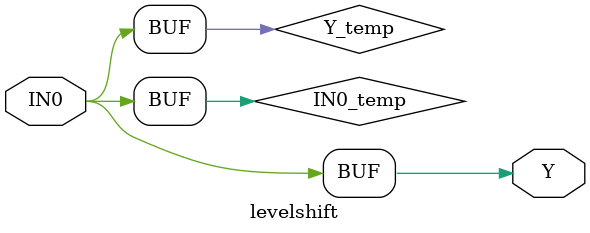
<source format=v>
module levelshift(IN0,Y);
  parameter
        d_IN0_r = 0,
        d_IN0_f = 0,
        d_Y_r = 1,
        d_Y_f = 1;
  input  IN0;
  output  Y;
  wire  IN0_temp;
  reg  Y_temp;
  assign #(d_IN0_r,d_IN0_f) IN0_temp = IN0;
  assign #(d_Y_r,d_Y_f) Y = Y_temp;
  always
    @(IN0_temp)
      Y_temp = IN0_temp;
endmodule

</source>
